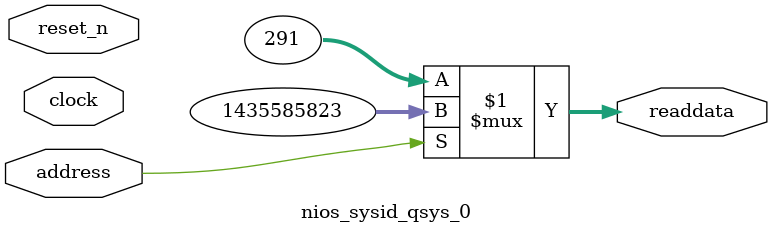
<source format=v>

`timescale 1ns / 1ps
// synthesis translate_on

// turn off superfluous verilog processor warnings 
// altera message_level Level1 
// altera message_off 10034 10035 10036 10037 10230 10240 10030 

module nios_sysid_qsys_0 (
               // inputs:
                address,
                clock,
                reset_n,

               // outputs:
                readdata
             )
;

  output  [ 31: 0] readdata;
  input            address;
  input            clock;
  input            reset_n;

  wire    [ 31: 0] readdata;
  //control_slave, which is an e_avalon_slave
  assign readdata = address ? 1435585823 : 291;

endmodule




</source>
